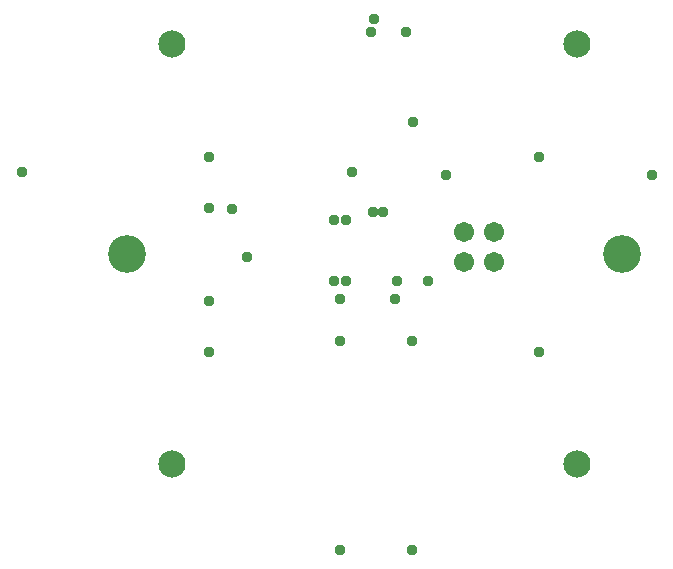
<source format=gbr>
G04 EAGLE Gerber X2 export*
%TF.Part,Single*%
%TF.FileFunction,Soldermask,Bot,1*%
%TF.FilePolarity,Negative*%
%TF.GenerationSoftware,Autodesk,EAGLE,9.0.1*%
%TF.CreationDate,2018-05-23T18:29:57Z*%
G75*
%MOMM*%
%FSLAX34Y34*%
%LPD*%
%AMOC8*
5,1,8,0,0,1.08239X$1,22.5*%
G01*
%ADD10C,3.203200*%
%ADD11C,2.303200*%
%ADD12C,0.959600*%
%ADD13C,1.703200*%


D10*
X558800Y349250D03*
X139700Y349250D03*
D11*
X520700Y527050D03*
X177800Y527050D03*
X520700Y171450D03*
X177800Y171450D03*
D12*
X314960Y378460D03*
X314960Y326390D03*
X368300Y326390D03*
D13*
X450850Y342900D03*
D12*
X394970Y326390D03*
X346710Y537210D03*
X375920Y537210D03*
X325120Y378460D03*
X325120Y326390D03*
X330200Y419100D03*
X50800Y419100D03*
D13*
X425450Y342900D03*
D12*
X349250Y548640D03*
X584200Y416560D03*
X410210Y416560D03*
X382270Y461010D03*
X209550Y388620D03*
X488950Y431800D03*
X209550Y431800D03*
X209550Y266700D03*
X241300Y346710D03*
X228600Y387350D03*
X209550Y309880D03*
X488950Y266700D03*
X347980Y384810D03*
X320040Y311150D03*
X320040Y275590D03*
X320040Y99060D03*
X357068Y384810D03*
X367030Y311150D03*
X381000Y275590D03*
X381000Y99060D03*
D13*
X425450Y368300D03*
X450850Y368300D03*
M02*

</source>
